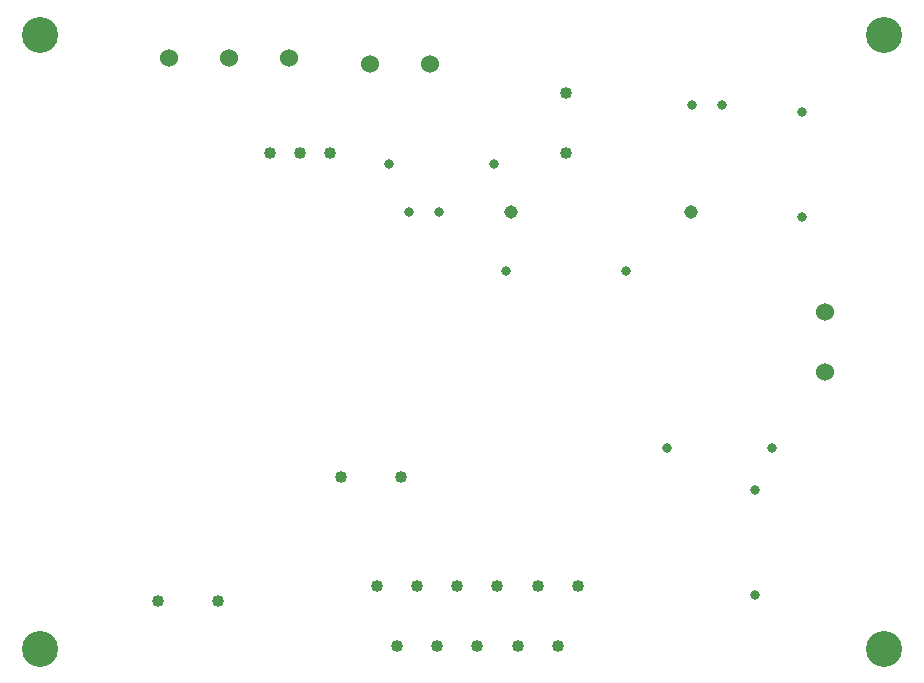
<source format=gbr>
M48
;DRILL file {Pcbnew (2012-apr-16-27)-stable} date mån 17 feb 2014 22:33:29
;FORMAT={-:-/ absolute / metric / decimal}
FMAT,2
METRIC,TZ
T1C0.813
T2C1.016
T3C1.143
T4C1.524
T5C3.048
%
G90
G05
M71
T1
X157.056Y80.000
X158.730Y75.999
X161.270Y75.999
X165.946Y80.000
X166.921Y71.001
X177.081Y71.001
X180.556Y55.999
X182.730Y85.001
X185.270Y85.001
X188.001Y43.556
X188.001Y52.446
X189.446Y55.999
X192.001Y75.555
X192.001Y84.445
T2
X137.460Y43.000
X142.540Y43.000
X146.959Y81.001
X149.499Y81.001
X152.039Y81.001
X152.959Y53.500
X156.022Y44.326
X157.726Y39.271
X158.039Y53.500
X159.426Y44.326
X161.127Y39.271
X162.829Y44.326
X164.531Y39.271
X166.233Y44.326
X167.935Y39.271
X169.639Y44.326
X171.341Y39.271
X172.001Y80.960
X172.001Y86.040
X173.040Y44.326
T3
X167.381Y75.999
X182.621Y75.999
T4
X138.420Y88.999
X143.500Y88.999
X148.580Y88.999
X155.461Y88.501
X160.541Y88.501
X194.000Y62.461
X194.000Y67.541
T5
X127.500Y38.999
X127.500Y91.001
X198.999Y38.999
X198.999Y91.001
T0
M30

</source>
